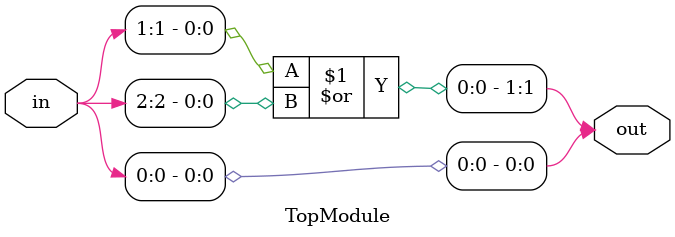
<source format=sv>

module TopModule (
  input [2:0] in,
  output [1:0] out
);
assign out[0] = in[0];
assign out[1] = in[1] | in[2];
endmodule

</source>
